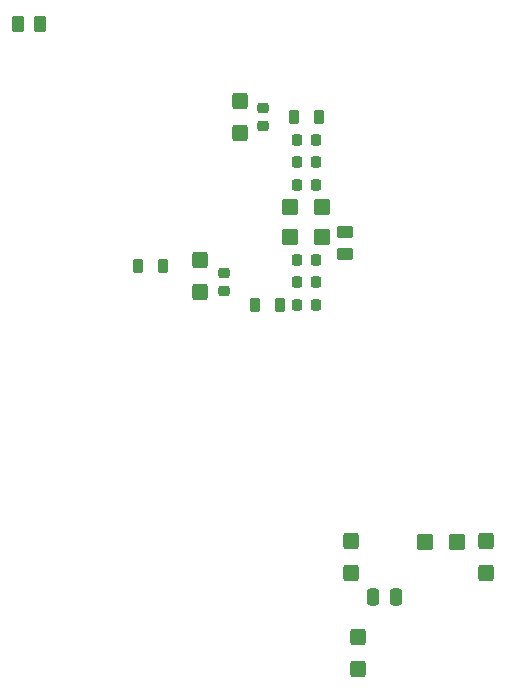
<source format=gbr>
%TF.GenerationSoftware,KiCad,Pcbnew,9.0.2+1*%
%TF.CreationDate,2025-07-26T23:59:44+01:00*%
%TF.ProjectId,ICE40HXDevBoardHDMI,49434534-3048-4584-9465-76426f617264,rev?*%
%TF.SameCoordinates,Original*%
%TF.FileFunction,Paste,Bot*%
%TF.FilePolarity,Positive*%
%FSLAX46Y46*%
G04 Gerber Fmt 4.6, Leading zero omitted, Abs format (unit mm)*
G04 Created by KiCad (PCBNEW 9.0.2+1) date 2025-07-26 23:59:44*
%MOMM*%
%LPD*%
G01*
G04 APERTURE LIST*
G04 Aperture macros list*
%AMRoundRect*
0 Rectangle with rounded corners*
0 $1 Rounding radius*
0 $2 $3 $4 $5 $6 $7 $8 $9 X,Y pos of 4 corners*
0 Add a 4 corners polygon primitive as box body*
4,1,4,$2,$3,$4,$5,$6,$7,$8,$9,$2,$3,0*
0 Add four circle primitives for the rounded corners*
1,1,$1+$1,$2,$3*
1,1,$1+$1,$4,$5*
1,1,$1+$1,$6,$7*
1,1,$1+$1,$8,$9*
0 Add four rect primitives between the rounded corners*
20,1,$1+$1,$2,$3,$4,$5,0*
20,1,$1+$1,$4,$5,$6,$7,0*
20,1,$1+$1,$6,$7,$8,$9,0*
20,1,$1+$1,$8,$9,$2,$3,0*%
G04 Aperture macros list end*
%ADD10RoundRect,0.225000X-0.225000X-0.250000X0.225000X-0.250000X0.225000X0.250000X-0.225000X0.250000X0*%
%ADD11RoundRect,0.250000X-0.450000X-0.425000X0.450000X-0.425000X0.450000X0.425000X-0.450000X0.425000X0*%
%ADD12RoundRect,0.250000X0.250000X0.475000X-0.250000X0.475000X-0.250000X-0.475000X0.250000X-0.475000X0*%
%ADD13RoundRect,0.218750X0.218750X0.381250X-0.218750X0.381250X-0.218750X-0.381250X0.218750X-0.381250X0*%
%ADD14RoundRect,0.218750X-0.218750X-0.381250X0.218750X-0.381250X0.218750X0.381250X-0.218750X0.381250X0*%
%ADD15RoundRect,0.250000X-0.425000X0.450000X-0.425000X-0.450000X0.425000X-0.450000X0.425000X0.450000X0*%
%ADD16RoundRect,0.250000X-0.262500X-0.450000X0.262500X-0.450000X0.262500X0.450000X-0.262500X0.450000X0*%
%ADD17RoundRect,0.250000X0.425000X-0.450000X0.425000X0.450000X-0.425000X0.450000X-0.425000X-0.450000X0*%
%ADD18RoundRect,0.225000X0.250000X-0.225000X0.250000X0.225000X-0.250000X0.225000X-0.250000X-0.225000X0*%
%ADD19RoundRect,0.225000X-0.250000X0.225000X-0.250000X-0.225000X0.250000X-0.225000X0.250000X0.225000X0*%
%ADD20RoundRect,0.250000X-0.450000X0.262500X-0.450000X-0.262500X0.450000X-0.262500X0.450000X0.262500X0*%
G04 APERTURE END LIST*
D10*
%TO.C,C19*%
X108445000Y-91059000D03*
X109995000Y-91059000D03*
%TD*%
D11*
%TO.C,C1*%
X119300000Y-121285000D03*
X122000000Y-121285000D03*
%TD*%
D12*
%TO.C,C27*%
X116774000Y-125984000D03*
X114874000Y-125984000D03*
%TD*%
D13*
%TO.C,FB4*%
X106980500Y-101219000D03*
X104855500Y-101219000D03*
%TD*%
D14*
%TO.C,FB5*%
X108157500Y-85344000D03*
X110282500Y-85344000D03*
%TD*%
D15*
%TO.C,C14*%
X100203000Y-97456000D03*
X100203000Y-100156000D03*
%TD*%
D16*
%TO.C,R8*%
X84812500Y-77470000D03*
X86637500Y-77470000D03*
%TD*%
D10*
%TO.C,C12*%
X108445000Y-99314000D03*
X109995000Y-99314000D03*
%TD*%
D17*
%TO.C,C13*%
X103632000Y-86694000D03*
X103632000Y-83994000D03*
%TD*%
D15*
%TO.C,C4*%
X113625000Y-129380000D03*
X113625000Y-132080000D03*
%TD*%
D10*
%TO.C,C22*%
X108445000Y-87249000D03*
X109995000Y-87249000D03*
%TD*%
D18*
%TO.C,C16*%
X105537000Y-86119000D03*
X105537000Y-84569000D03*
%TD*%
D11*
%TO.C,C11*%
X107870000Y-95504000D03*
X110570000Y-95504000D03*
%TD*%
D17*
%TO.C,C23*%
X113030000Y-123905000D03*
X113030000Y-121205000D03*
%TD*%
D13*
%TO.C,FB2*%
X97074500Y-97917000D03*
X94949500Y-97917000D03*
%TD*%
D19*
%TO.C,C15*%
X102235000Y-98539000D03*
X102235000Y-100089000D03*
%TD*%
D17*
%TO.C,C30*%
X124460000Y-123905000D03*
X124460000Y-121205000D03*
%TD*%
D10*
%TO.C,C18*%
X108445000Y-89154000D03*
X109995000Y-89154000D03*
%TD*%
%TO.C,C20*%
X108445000Y-97409000D03*
X109995000Y-97409000D03*
%TD*%
D20*
%TO.C,R7*%
X112522000Y-95099500D03*
X112522000Y-96924500D03*
%TD*%
D11*
%TO.C,C17*%
X107870000Y-92964000D03*
X110570000Y-92964000D03*
%TD*%
D10*
%TO.C,C21*%
X108445000Y-101219000D03*
X109995000Y-101219000D03*
%TD*%
M02*

</source>
